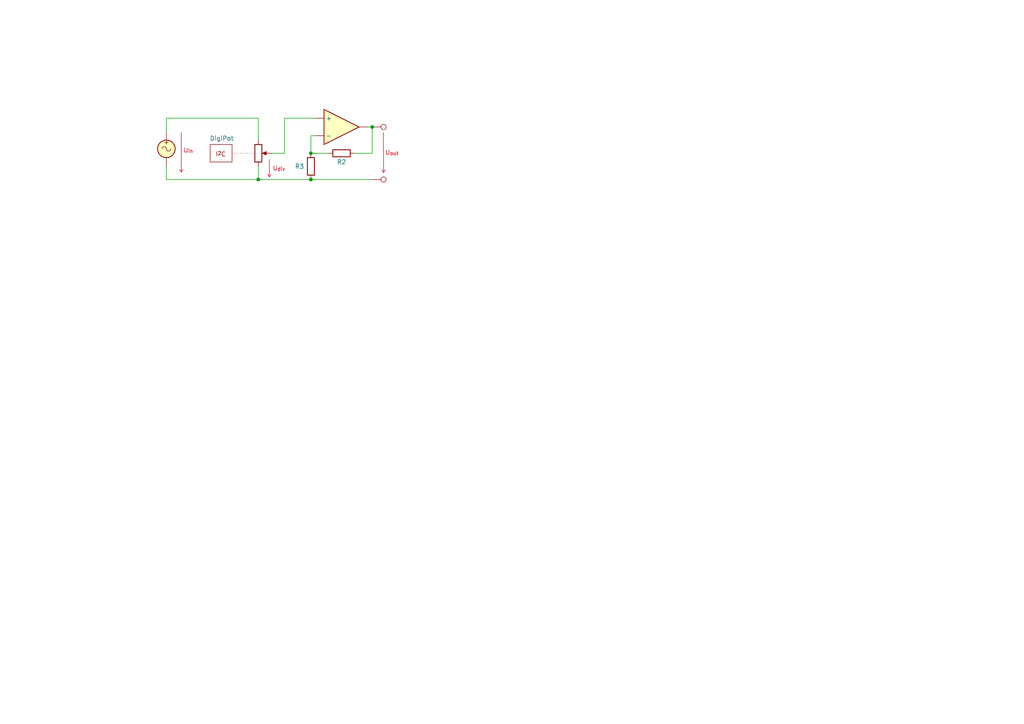
<source format=kicad_sch>
(kicad_sch (version 20250114) (generator "eeschema") (generator_version "9.0")
  (paper "A4")
  (lib_symbols
    (symbol "Connector:TestPoint" (pin_numbers (hide yes)) (pin_names (offset 0.762) (hide yes))
      (property "Reference" "TP" (at 0 6.858 0))
      (property "Value" "TestPoint" (at 0 5.08 0))
      (symbol "TestPoint_0_1"
        (circle (center 0 3.302) (radius 0.762))
      )
      (symbol "TestPoint_1_1"
        (pin passive line (at 0 0 90) (length 2.54) (name "1") (number "1"))
      )
    )
    (symbol "Device:R" (pin_numbers (hide yes)) (pin_names (offset 0))
      (property "Reference" "R" (at 2.032 0 90))
      (property "Value" "R" (at 0 0 90))
      (symbol "R_0_1"
        (rectangle (start -1.016 -2.54) (end 1.016 2.54) (stroke (width 0.254)))
      )
      (symbol "R_1_1"
        (pin passive line (at 0 3.81 270) (length 1.27) (name "~") (number "1"))
        (pin passive line (at 0 -3.81 90) (length 1.27) (name "~") (number "2"))
      )
    )
    (symbol "Simulation_SPICE:VSIN" (pin_numbers (hide yes)) (pin_names (offset 0.0254))
      (property "Reference" "V" (at 2.54 2.54 0))
      (property "Value" "VSIN" (at 2.54 0 0))
      (property "Sim.Params" "dc=0 ampl=1 f=1k ac=1" (at 2.54 -2.54 0))
      (symbol "VSIN_0_0"
        (arc (start -1.27 0) (mid -0.635 0.6323) (end 0 0))
        (arc (start 1.27 0) (mid 0.635 -0.6323) (end 0 0))
        (text "+" (at 0 1.905 0) (effects (font (size 1.27 1.27))))
      )
      (symbol "VSIN_0_1"
        (circle (center 0 0) (radius 2.54) (stroke (width 0.254)) (fill (type background)))
      )
      (symbol "VSIN_1_1"
        (pin passive line (at 0 5.08 270) (length 2.54) (name "~") (number "1"))
        (pin passive line (at 0 -5.08 90) (length 2.54) (name "~") (number "2"))
      )
    )
    (symbol "custom_symbols_bakalarka:OPAMP_common"
      (property "Reference" "U" (at 0 0 0))
      (symbol "OPAMP_common_1_1"
        (polyline (pts (xy 3.81 5.08) (xy 13.97 0) (xy 3.81 -5.08) (xy 3.81 5.08)) (stroke (width 0.254)) (fill (type background)))
        (pin input line (at 1.27 2.54 0) (length 2.54) (name "+") (number ""))
        (pin input line (at 1.27 -2.54 0) (length 2.54) (name "-") (number ""))
        (pin output line (at 16.51 0 180) (length 2.54) (name "~") (number ""))
      )
    )
    (symbol "custom_symbols_bakalarka:digipot"
      (property "Reference" "DigiPot" (at -5.588 -5.842 0))
      (symbol "digipot_0_1"
        (rectangle (start 1.016 2.54) (end -1.016 -2.54) (stroke (width 0.254)))
        (polyline (pts (xy 1.143 0) (xy 2.286 0.508) (xy 2.286 -0.508) (xy 1.143 0)) (fill (type outline)))
        (polyline (pts (xy 2.54 0) (xy 1.524 0)))
      )
      (symbol "digipot_1_1"
        (rectangle (start -13.97 2.54) (end -7.62 -2.54))
        (polyline (pts (xy -1.27 0) (xy -7.62 0)) (stroke (width 0) (type dot)))
        (text "I^{2}C" (at -10.922 -0.254 0) (effects (font (size 1.27 1.27))))
        (pin passive line (at 0 3.81 270) (length 1.27) (name "") (number ""))
        (pin passive line (at 0 -3.81 90) (length 1.27) (name "") (number ""))
        (pin passive line (at 3.81 0 180) (length 1.27) (name "") (number ""))
      )
    )
  )
  (text "U_{div}" (at 80.899 49.022 0) (effects (font (size 1.27 1.27))))
  (text "U_{in}" (at 54.61 43.815 0) (effects (font (size 1.27 1.27))))
  (text "U_{out}" (at 113.665 44.45 0) (effects (font (size 1.27 1.27))))
  (junction (at 90.17 52.07))
  (junction (at 74.93 52.07))
  (junction (at 107.95 36.83))
  (junction (at 90.17 44.45))
  (wire (pts (xy 107.95 36.83) (xy 107.95 44.45)))
  (wire (pts (xy 74.93 52.07) (xy 74.93 48.26)))
  (wire (pts (xy 90.17 52.07) (xy 107.95 52.07)))
  (wire (pts (xy 48.26 52.07) (xy 74.93 52.07)))
  (wire (pts (xy 107.95 36.83) (xy 106.68 36.83)))
  (polyline (pts (xy 111.1808 38.4727) (xy 111.252 50.038)) (stroke (width 0) (type solid) (color 213 0 18 1)))
  (polyline (pts (xy 111.252 50.038) (xy 111.76 49.276)) (stroke (width 0) (type solid) (color 213 0 18 1)))
  (polyline (pts (xy 78.105 46.355) (xy 78.1393 51.3164)) (stroke (width 0) (type solid) (color 213 0 18 1)))
  (wire (pts (xy 90.17 44.45) (xy 95.25 44.45)))
  (polyline (pts (xy 77.6313 50.5544) (xy 78.1393 51.3164)) (stroke (width 0) (type solid) (color 213 0 18 1)))
  (polyline (pts (xy 52.578 38.481) (xy 52.578 49.911)) (stroke (width 0) (type solid) (color 213 0 18 1)))
  (wire (pts (xy 74.93 52.07) (xy 90.17 52.07)))
  (wire (pts (xy 48.26 48.26) (xy 48.26 52.07)))
  (polyline (pts (xy 110.744 49.276) (xy 111.252 50.038)) (stroke (width 0) (type solid) (color 213 0 18 1)))
  (polyline (pts (xy 78.1393 51.3164) (xy 78.6473 50.5544)) (stroke (width 0) (type solid) (color 213 0 18 1)))
  (wire (pts (xy 48.26 38.1) (xy 48.26 34.29)))
  (wire (pts (xy 90.17 39.37) (xy 91.44 39.37)))
  (polyline (pts (xy 52.578 49.911) (xy 53.086 49.149)) (stroke (width 0) (type solid) (color 213 0 18 1)))
  (wire (pts (xy 90.17 44.45) (xy 90.17 39.37)))
  (wire (pts (xy 48.26 34.29) (xy 74.93 34.29)))
  (wire (pts (xy 74.93 34.29) (xy 74.93 40.64)))
  (wire (pts (xy 82.55 44.45) (xy 82.55 34.29)))
  (wire (pts (xy 82.55 34.29) (xy 91.44 34.29)))
  (polyline (pts (xy 52.07 49.149) (xy 52.578 49.911)) (stroke (width 0) (type solid) (color 213 0 18 1)))
  (wire (pts (xy 102.87 44.45) (xy 107.95 44.45)))
  (wire (pts (xy 78.74 44.45) (xy 82.55 44.45)))
  (symbol (lib_id "custom_symbols_bakalarka:OPAMP_common") (at 90.17 36.83 0) (unit 1)
    (property "Reference" "U12" (effects (hide yes)))
  )
  (symbol (lib_id "Device:R") (at 99.06 44.45 90) (unit 1)
    (property "Reference" "R2" (at 99.06 46.99 90))
    (property "Value" "R" (effects (hide yes)))
    (property "Description" "Resistor" (effects (hide yes)))
  )
  (symbol (lib_id "custom_symbols_bakalarka:digipot") (at 74.93 44.45 0) (unit 1)
    (property "Reference" "sdf" (effects (hide yes)))
    (property "Value" "DigiPot" (at 67.818 40.132 0) (effects (justify right)))
  )
  (symbol (lib_id "Connector:TestPoint") (at 107.95 52.07 270) (unit 1)
    (property "Reference" "TP2" (effects (hide yes)))
    (property "Value" "TestPoint" (effects (hide yes)))
    (property "Description" "test point" (effects (hide yes)))
  )
  (symbol (lib_id "Simulation_SPICE:VSIN") (at 48.26 43.18 0) (unit 1)
    (property "Reference" "U13" (effects (hide yes)))
    (property "Value" "VSIN" (effects (hide yes)))
    (property "Datasheet" "https://ngspice.sourceforge.io/docs/ngspice-html-manual/manual.xhtml#sec_Independent_Sources_for" (effects (hide yes)))
    (property "Description" "Voltage source, sinusoidal" (effects (hide yes)))
    (property "Sim.Pins" "1=+ 2=-" (effects (hide yes)))
    (property "Sim.Params" "dc=0 ampl=1 f=1k ac=1" (effects (hide yes)))
    (property "Sim.Type" "SIN" (effects (hide yes)))
    (property "Sim.Device" "V" (effects (hide yes)))
  )
  (symbol (lib_id "Connector:TestPoint") (at 107.95 36.83 270) (unit 1)
    (property "Reference" "TP1" (effects (hide yes)))
    (property "Value" "TestPoint" (effects (hide yes)))
    (property "Description" "test point" (effects (hide yes)))
  )
  (symbol (lib_id "Device:R") (at 90.17 48.26 180) (unit 1)
    (property "Reference" "R3" (at 86.868 48.26 0))
    (property "Value" "R" (effects (hide yes)))
    (property "Description" "Resistor" (effects (hide yes)))
  )
)
</source>
